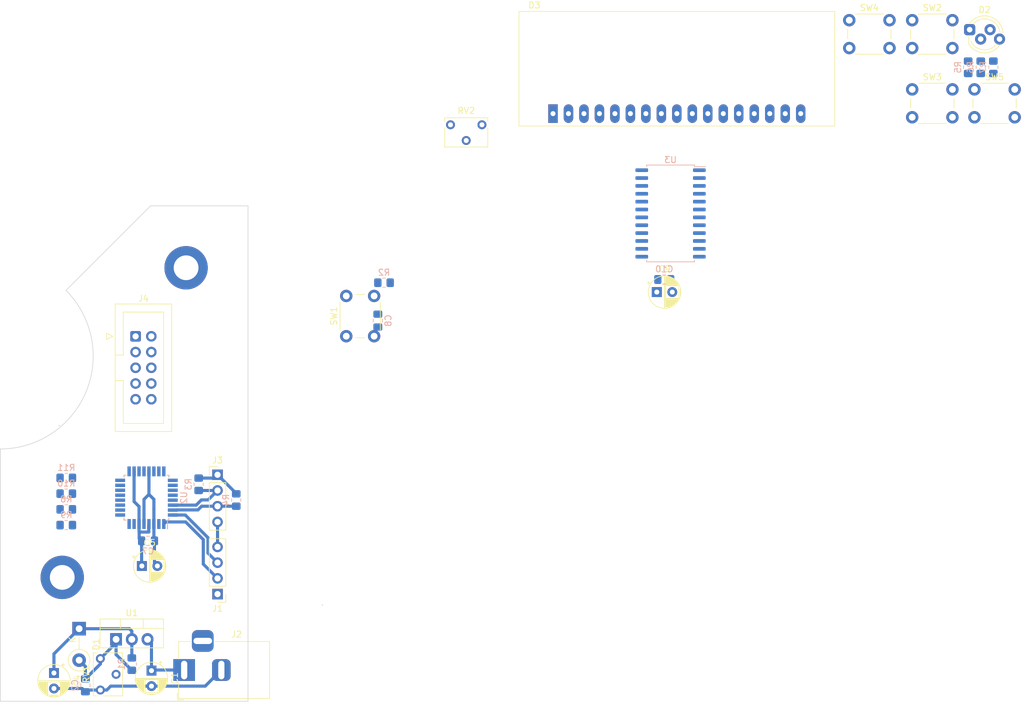
<source format=kicad_pcb>
(kicad_pcb (version 20211014) (generator pcbnew)
  (layers (0 "F.Cu" signal) (31 "B.Cu" signal) (34 "B.Paste" user) (35 "F.Paste" user) (36 "B.SilkS" user "B.Silkscreen") (37 "F.SilkS" user "F.Silkscreen") (38 "B.Mask" user) (39 "F.Mask" user) (44 "Edge.Cuts" user))
  (net 0 "")
  (net 1 "Net-(C1-Pad1)")
  (net 2 "GND")
  (net 3 "Net-(C2-Pad1)")
  (net 4 "+5V")
  (net 5 "Net-(D2-Pad1)")
  (net 6 "Net-(D2-Pad2)")
  (net 7 "Net-(D2-Pad3)")
  (net 9 "Net-(D3-Pad2)")
  (net 10 "Net-(D3-Pad3)")
  (net 11 "Net-(D3-Pad4)")
  (net 12 "Net-(D3-Pad5)")
  (net 13 "Net-(D3-Pad6)")
  (net 14 "Net-(D3-Pad7)")
  (net 15 "Net-(D3-Pad8)")
  (net 16 "Net-(D3-Pad9)")
  (net 17 "Net-(D3-Pad10)")
  (net 18 "Net-(D3-Pad11)")
  (net 19 "Net-(D3-Pad12)")
  (net 20 "Net-(D3-Pad13)")
  (net 21 "Net-(D3-Pad14)")
  (net 22 "Net-(D3-Pad15)")
  (net 23 "Net-(D3-Pad16)")
  (net 24 "Net-(D3-Pad17)")
  (net 25 "Net-(J1-Pad2)")
  (net 26 "Net-(J1-Pad3)")
  (net 28 "Net-(J3-Pad2)")
  (net 29 "Net-(J3-Pad3)")
  (net 30 "Net-(J4-Pad1)")
  (net 32 "Net-(J4-Pad6)")
  (net 33 "Net-(J4-Pad7)")
  (net 34 "Net-(J4-Pad9)")
  (net 35 "Net-(R5-Pad2)")
  (net 36 "Net-(R6-Pad2)")
  (net 37 "Net-(R8-Pad1)")
  (net 38 "Net-(R9-Pad1)")
  (net 39 "Net-(R10-Pad1)")
  (net 40 "Net-(R11-Pad1)")
  (net 42 "Net-(RV2-Pad2)")
  (net 53 "Net-(J4-Pad5)")
  (footprint "Capacitor_THT:CP_Radial_D5.0mm_P2.50mm" (layer "F.Cu") (at 254.318888 58.928)
    (fp_text reference "C9" (at 1.25 -3.75) (layer "F.SilkS"))
    (fp_text value "10uF")
    (pad "1" thru_hole rect (at 0 0) (size 1.6 1.6) (drill 0.8) (layers *.Cu *.Mask) (net 4 "+5V"))
    (pad "2" thru_hole circle (at 2.5 0) (size 1.6 1.6) (drill 0.8) (layers *.Cu *.Mask) (net 2 "GND"))
  )
  (footprint "Connector_PinHeader_2.54mm:PinHeader_1x04_P2.54mm_Vertical" (layer "F.Cu") (at 183.388 107.696 180)
    (fp_text reference "J1" (at 0 -2.33) (layer "F.SilkS"))
    (fp_text value "Hall Sensors")
    (pad "1" thru_hole rect (at 0 0 180) (size 1.7 1.7) (drill 1) (layers *.Cu *.Mask) (net 4 "+5V"))
    (pad "2" thru_hole oval (at 0 2.54 180) (size 1.7 1.7) (drill 1) (layers *.Cu *.Mask) (net 25 "Net-(J1-Pad2)"))
    (pad "3" thru_hole oval (at 0 5.08 180) (size 1.7 1.7) (drill 1) (layers *.Cu *.Mask) (net 26 "Net-(J1-Pad3)"))
    (pad "4" thru_hole oval (at 0 7.62 180) (size 1.7 1.7) (drill 1) (layers *.Cu *.Mask) (net 2 "GND"))
  )
  (footprint "Button_Switch_THT:SW_PUSH_6mm" (layer "F.Cu") (at 305.614 26.198)
    (fp_text reference "SW5" (at 3.25 -2) (layer "F.SilkS"))
    (fp_text value "ENTER")
    (pad "1" thru_hole circle (at 0 0 90) (size 2 2) (drill 1.1) (layers *.Cu *.Mask) (net 40 "Net-(R11-Pad1)"))
    (pad "1" thru_hole circle (at 6.5 0 90) (size 2 2) (drill 1.1) (layers *.Cu *.Mask) (net 40 "Net-(R11-Pad1)"))
    (pad "2" thru_hole circle (at 6.5 4.5 90) (size 2 2) (drill 1.1) (layers *.Cu *.Mask) (net 4 "+5V"))
    (pad "2" thru_hole circle (at 0 4.5 90) (size 2 2) (drill 1.1) (layers *.Cu *.Mask) (net 4 "+5V"))
  )
  (footprint "Connector_IDC:IDC-Header_2x05_P2.54mm_Vertical" (layer "F.Cu") (at 170.154 66.072)
    (fp_text reference "J4" (at 1.27 -6.1) (layer "F.SilkS"))
    (fp_text value "AVR-ISP-10 (SPI)")
    (pad "1" thru_hole roundrect (at 0 0) (size 1.7 1.7) (drill 1) (layers *.Cu *.Mask) (roundrect_rratio 0.147059) (net 30 "Net-(J4-Pad1)"))
    (pad "2" thru_hole circle (at 2.54 0) (size 1.7 1.7) (drill 1) (layers *.Cu *.Mask) (net 4 "+5V"))
    (pad "3" thru_hole circle (at 0 2.54) (size 1.7 1.7) (drill 1) (layers *.Cu *.Mask))
    (pad "4" thru_hole circle (at 2.54 2.54) (size 1.7 1.7) (drill 1) (layers *.Cu *.Mask) (net 2 "GND"))
    (pad "5" thru_hole circle (at 0 5.08) (size 1.7 1.7) (drill 1) (layers *.Cu *.Mask) (net 53 "Net-(J4-Pad5)"))
    (pad "6" thru_hole circle (at 2.54 5.08) (size 1.7 1.7) (drill 1) (layers *.Cu *.Mask) (net 32 "Net-(J4-Pad6)"))
    (pad "7" thru_hole circle (at 0 7.62) (size 1.7 1.7) (drill 1) (layers *.Cu *.Mask) (net 33 "Net-(J4-Pad7)"))
    (pad "8" thru_hole circle (at 2.54 7.62) (size 1.7 1.7) (drill 1) (layers *.Cu *.Mask) (net 2 "GND"))
    (pad "9" thru_hole circle (at 0 10.16) (size 1.7 1.7) (drill 1) (layers *.Cu *.Mask) (net 34 "Net-(J4-Pad9)"))
    (pad "10" thru_hole circle (at 2.54 10.16) (size 1.7 1.7) (drill 1) (layers *.Cu *.Mask) (net 2 "GND"))
  )
  (footprint "Connector_BarrelJack:BarrelJack_Horizontal" (layer "F.Cu") (at 178 119.9575 180)
    (fp_text reference "J2" (at -8.45 5.75) (layer "F.SilkS"))
    (fp_text value "PS +9V")
    (pad "1" thru_hole rect (at 0 0 180) (size 3.5 3.5) (drill oval 1 3) (layers *.Cu *.Mask) (net 1 "Net-(C1-Pad1)"))
    (pad "2" thru_hole roundrect (at -6 0 180) (size 3 3.5) (drill oval 1 3) (layers *.Cu *.Mask) (net 2 "GND"))
    (pad "3" thru_hole roundrect (at -3 4.7 180) (size 3.5 3.5) (drill oval 3 1) (layers *.Cu *.Mask))
  )
  (footprint "Capacitor_THT:CP_Radial_D5.0mm_P2.50mm" (layer "F.Cu") (at 172.72 120.055 -90)
    (fp_text reference "C1" (at 1.25 -3.75 90) (layer "F.SilkS"))
    (fp_text value "100uF")
    (pad "1" thru_hole rect (at 0 0 270) (size 1.6 1.6) (drill 0.8) (layers *.Cu *.Mask) (net 1 "Net-(C1-Pad1)"))
    (pad "2" thru_hole circle (at 2.5 0 270) (size 1.6 1.6) (drill 0.8) (layers *.Cu *.Mask) (net 2 "GND"))
  )
  (footprint "Capacitor_THT:CP_Radial_D5.0mm_P2.50mm" (layer "F.Cu") (at 156.972 120.436 -90)
    (fp_text reference "C4" (at 1.25 -3.75 90) (layer "F.SilkS"))
    (fp_text value "10uF")
    (pad "1" thru_hole rect (at 0 0 270) (size 1.6 1.6) (drill 0.8) (layers *.Cu *.Mask) (net 4 "+5V"))
    (pad "2" thru_hole circle (at 2.5 0 270) (size 1.6 1.6) (drill 0.8) (layers *.Cu *.Mask) (net 2 "GND"))
  )
  (footprint "Dawu_PCB_Library:ALS318A" (layer "F.Cu") (at 237.556 30.11)
    (fp_text reference "D3" (at -3 -17.5 unlocked) (layer "F.SilkS"))
    (fp_text value "ALS318A")
    (pad "1" thru_hole rect (at 0 0) (size 1.524 3) (drill 0.8) (layers *.Cu *.Mask))
    (pad "2" thru_hole oval (at 2.5 0) (size 1.524 3) (drill 0.8) (layers *.Cu *.Mask) (net 9 "Net-(D3-Pad2)"))
    (pad "3" thru_hole oval (at 5 0) (size 1.524 3) (drill 0.8) (layers *.Cu *.Mask) (net 10 "Net-(D3-Pad3)"))
    (pad "4" thru_hole oval (at 7.5 0) (size 1.524 3) (drill 0.8) (layers *.Cu *.Mask) (net 11 "Net-(D3-Pad4)"))
    (pad "5" thru_hole oval (at 10 0) (size 1.524 3) (drill 0.8) (layers *.Cu *.Mask) (net 12 "Net-(D3-Pad5)"))
    (pad "6" thru_hole oval (at 12.5 0) (size 1.524 3) (drill 0.8) (layers *.Cu *.Mask) (net 13 "Net-(D3-Pad6)"))
    (pad "7" thru_hole oval (at 15 0) (size 1.524 3) (drill 0.8) (layers *.Cu *.Mask) (net 14 "Net-(D3-Pad7)"))
    (pad "8" thru_hole oval (at 17.5 0) (size 1.524 3) (drill 0.8) (layers *.Cu *.Mask) (net 15 "Net-(D3-Pad8)"))
    (pad "9" thru_hole oval (at 20 0) (size 1.524 3) (drill 0.8) (layers *.Cu *.Mask) (net 16 "Net-(D3-Pad9)"))
    (pad "10" thru_hole oval (at 22.5 0) (size 1.524 3) (drill 0.8) (layers *.Cu *.Mask) (net 17 "Net-(D3-Pad10)"))
    (pad "11" thru_hole oval (at 25 0) (size 1.524 3) (drill 0.8) (layers *.Cu *.Mask) (net 18 "Net-(D3-Pad11)"))
    (pad "12" thru_hole oval (at 27.5 0) (size 1.524 3) (drill 0.8) (layers *.Cu *.Mask) (net 19 "Net-(D3-Pad12)"))
    (pad "13" thru_hole oval (at 30 0) (size 1.524 3) (drill 0.8) (layers *.Cu *.Mask) (net 20 "Net-(D3-Pad13)"))
    (pad "14" thru_hole oval (at 32.5 0) (size 1.524 3) (drill 0.8) (layers *.Cu *.Mask) (net 21 "Net-(D3-Pad14)"))
    (pad "15" thru_hole oval (at 35 0) (size 1.524 3) (drill 0.8) (layers *.Cu *.Mask) (net 22 "Net-(D3-Pad15)"))
    (pad "16" thru_hole oval (at 37.5 0) (size 1.524 3) (drill 0.8) (layers *.Cu *.Mask) (net 23 "Net-(D3-Pad16)"))
    (pad "17" thru_hole oval (at 40 0) (size 1.524 3) (drill 0.8) (layers *.Cu *.Mask) (net 24 "Net-(D3-Pad17)"))
  )
  (footprint "Potentiometer_THT:Potentiometer_Bourns_3266W_Vertical" (layer "F.Cu") (at 164.465 118.11 90)
    (fp_text reference "RV1" (at -2.54 -2.27 90) (layer "F.SilkS"))
    (fp_text value "100k")
    (pad "1" thru_hole circle (at 0 0 90) (size 1.44 1.44) (drill 0.8) (layers *.Cu *.Mask) (net 3 "Net-(C2-Pad1)"))
    (pad "2" thru_hole circle (at -2.54 2.54 90) (size 1.44 1.44) (drill 0.8) (layers *.Cu *.Mask))
    (pad "3" thru_hole circle (at -5.08 0 90) (size 1.44 1.44) (drill 0.8) (layers *.Cu *.Mask) (net 2 "GND"))
  )
  (footprint "Diode_THT:D_DO-41_SOD81_P5.08mm_Vertical_KathodeUp" (layer "F.Cu") (at 161.036 113.284 -90)
    (fp_text reference "D1" (at 2.54 -2.750635 -90) (layer "F.SilkS"))
    (fp_text value "1N4002")
    (fp_text user "K" (at 1.8 1.1 -90) (layer "F.SilkS"))
    (pad "1" thru_hole rect (at 0 0 270) (size 2.2 2.2) (drill 1.1) (layers *.Cu *.Mask) (net 4 "+5V"))
    (pad "2" thru_hole oval (at 5.08 0 270) (size 2.2 2.2) (drill 1.1) (layers *.Cu *.Mask) (net 3 "Net-(C2-Pad1)"))
  )
  (footprint "LED_THT:LED_D5.0mm-4_RGB_Staggered_Pins" (layer "F.Cu") (at 304.836 16.546)
    (fp_text reference "D2" (at 2.413 -3.198) (layer "F.SilkS"))
    (fp_text value "LED_RGBK")
    (pad "1" thru_hole roundrect (at 0 0) (size 1.8 1.8) (drill 0.9) (layers *.Cu *.Mask) (net 5 "Net-(D2-Pad1)"))
    (pad "2" thru_hole circle (at 1.778 1.524) (size 1.8 1.8) (drill 0.9) (layers *.Cu *.Mask) (net 6 "Net-(D2-Pad2)"))
    (pad "3" thru_hole circle (at 3.302 0) (size 1.8 1.8) (drill 0.9) (layers *.Cu *.Mask) (net 7 "Net-(D2-Pad3)"))
    (pad "4" thru_hole circle (at 4.826 1.524) (size 1.8 1.8) (drill 0.9) (layers *.Cu *.Mask) (net 2 "GND"))
  )
  (footprint "Button_Switch_THT:SW_PUSH_6mm" (layer "F.Cu") (at 295.558 26.198)
    (fp_text reference "SW3" (at 3.25 -2) (layer "F.SilkS"))
    (fp_text value "DOWN")
    (pad "1" thru_hole circle (at 6.5 0 90) (size 2 2) (drill 1.1) (layers *.Cu *.Mask) (net 38 "Net-(R9-Pad1)"))
    (pad "1" thru_hole circle (at 0 0 90) (size 2 2) (drill 1.1) (layers *.Cu *.Mask) (net 38 "Net-(R9-Pad1)"))
    (pad "2" thru_hole circle (at 0 4.5 90) (size 2 2) (drill 1.1) (layers *.Cu *.Mask) (net 4 "+5V"))
    (pad "2" thru_hole circle (at 6.5 4.5 90) (size 2 2) (drill 1.1) (layers *.Cu *.Mask) (net 4 "+5V"))
  )
  (footprint "Button_Switch_THT:SW_PUSH_6mm" (layer "F.Cu") (at 285.398 15.022)
    (fp_text reference "SW4" (at 3.25 -2) (layer "F.SilkS"))
    (fp_text value "RETURN")
    (pad "1" thru_hole circle (at 6.5 0 90) (size 2 2) (drill 1.1) (layers *.Cu *.Mask) (net 39 "Net-(R10-Pad1)"))
    (pad "1" thru_hole circle (at 0 0 90) (size 2 2) (drill 1.1) (layers *.Cu *.Mask) (net 39 "Net-(R10-Pad1)"))
    (pad "2" thru_hole circle (at 0 4.5 90) (size 2 2) (drill 1.1) (layers *.Cu *.Mask) (net 4 "+5V"))
    (pad "2" thru_hole circle (at 6.5 4.5 90) (size 2 2) (drill 1.1) (layers *.Cu *.Mask) (net 4 "+5V"))
  )
  (footprint "Button_Switch_THT:SW_PUSH_6mm" (layer "F.Cu") (at 295.558 15.022)
    (fp_text reference "SW2" (at 3.25 -2) (layer "F.SilkS"))
    (fp_text value "UP")
    (pad "1" thru_hole circle (at 0 0 90) (size 2 2) (drill 1.1) (layers *.Cu *.Mask) (net 37 "Net-(R8-Pad1)"))
    (pad "1" thru_hole circle (at 6.5 0 90) (size 2 2) (drill 1.1) (layers *.Cu *.Mask) (net 37 "Net-(R8-Pad1)"))
    (pad "2" thru_hole circle (at 6.5 4.5 90) (size 2 2) (drill 1.1) (layers *.Cu *.Mask) (net 4 "+5V"))
    (pad "2" thru_hole circle (at 0 4.5 90) (size 2 2) (drill 1.1) (layers *.Cu *.Mask) (net 4 "+5V"))
  )
  (footprint "Capacitor_THT:CP_Radial_D5.0mm_P2.50mm" (layer "F.Cu") (at 171.17 103.156)
    (fp_text reference "C5" (at 1.25 -3.75) (layer "F.SilkS"))
    (fp_text value "10uF")
    (pad "1" thru_hole rect (at 0 0) (size 1.6 1.6) (drill 0.8) (layers *.Cu *.Mask) (net 4 "+5V"))
    (pad "2" thru_hole circle (at 2.5 0) (size 1.6 1.6) (drill 0.8) (layers *.Cu *.Mask) (net 2 "GND"))
  )
  (footprint "Potentiometer_THT:Potentiometer_Bourns_3266W_Vertical" (layer "F.Cu") (at 226.085 31.911)
    (fp_text reference "RV2" (at -2.54 -2.27) (layer "F.SilkS"))
    (fp_text value "100k")
    (pad "1" thru_hole circle (at 0 0) (size 1.44 1.44) (drill 0.8) (layers *.Cu *.Mask) (net 4 "+5V"))
    (pad "2" thru_hole circle (at -2.54 2.54) (size 1.44 1.44) (drill 0.8) (layers *.Cu *.Mask) (net 42 "Net-(RV2-Pad2)"))
    (pad "3" thru_hole circle (at -5.08 0) (size 1.44 1.44) (drill 0.8) (layers *.Cu *.Mask) (net 42 "Net-(RV2-Pad2)"))
  )
  (footprint "Button_Switch_THT:SW_PUSH_6mm" (layer "F.Cu") (at 204.172 66.0505 90)
    (fp_text reference "SW1" (at 3.25 -2 90) (layer "F.SilkS"))
    (fp_text value "RESET")
    (pad "1" thru_hole circle (at 6.5 0 180) (size 2 2) (drill 1.1) (layers *.Cu *.Mask) (net 2 "GND"))
    (pad "1" thru_hole circle (at 0 0 180) (size 2 2) (drill 1.1) (layers *.Cu *.Mask) (net 2 "GND"))
    (pad "2" thru_hole circle (at 0 4.5 180) (size 2 2) (drill 1.1) (layers *.Cu *.Mask) (net 53 "Net-(J4-Pad5)"))
    (pad "2" thru_hole circle (at 6.5 4.5 180) (size 2 2) (drill 1.1) (layers *.Cu *.Mask) (net 53 "Net-(J4-Pad5)"))
  )
  (footprint "Connector_PinHeader_2.54mm:PinHeader_1x04_P2.54mm_Vertical" (layer "F.Cu") (at 183.388 88.424)
    (fp_text reference "J3" (at 0 -2.33) (layer "F.SilkS"))
    (fp_text value "I2C")
    (pad "1" thru_hole rect (at 0 0) (size 1.7 1.7) (drill 1) (layers *.Cu *.Mask) (net 4 "+5V"))
    (pad "2" thru_hole oval (at 0 2.54) (size 1.7 1.7) (drill 1) (layers *.Cu *.Mask) (net 28 "Net-(J3-Pad2)"))
    (pad "3" thru_hole oval (at 0 5.08) (size 1.7 1.7) (drill 1) (layers *.Cu *.Mask) (net 29 "Net-(J3-Pad3)"))
    (pad "4" thru_hole oval (at 0 7.62) (size 1.7 1.7) (drill 1) (layers *.Cu *.Mask) (net 2 "GND"))
  )
  (footprint "Package_TO_SOT_THT:TO-220-3_Vertical" (layer "F.Cu") (at 167.005 115)
    (fp_text reference "U1" (at 2.54 -4.27) (layer "F.SilkS"))
    (fp_text value "LM317_TO-220")
    (pad "1" thru_hole rect (at 0 0) (size 1.905 2) (drill 1.1) (layers *.Cu *.Mask) (net 3 "Net-(C2-Pad1)"))
    (pad "2" thru_hole oval (at 2.54 0) (size 1.905 2) (drill 1.1) (layers *.Cu *.Mask) (net 4 "+5V"))
    (pad "3" thru_hole oval (at 5.08 0) (size 1.905 2) (drill 1.1) (layers *.Cu *.Mask) (net 1 "Net-(C1-Pad1)"))
  )
  (footprint "Resistor_SMD:R_0805_2012Metric_Pad1.20x1.40mm_HandSolder" (layer "B.Cu") (at 304.598 22.626 -90)
    (fp_text reference "R5" (at 0 1.65 90) (layer "B.SilkS") (effects (justify mirror)))
    (fp_text value "330")
    (pad "1" smd roundrect (at -1 0 270) (size 1.2 1.4) (layers "B.Cu" "B.Paste" "B.Mask") (roundrect_rratio 0.208333) (net 5 "Net-(D2-Pad1)"))
    (pad "2" smd roundrect (at 1 0 270) (size 1.2 1.4) (layers "B.Cu" "B.Paste" "B.Mask") (roundrect_rratio 0.208333) (net 35 "Net-(R5-Pad2)"))
  )
  (footprint "Resistor_SMD:R_0805_2012Metric_Pad1.20x1.40mm_HandSolder" (layer "B.Cu") (at 180.34 89.964 -90)
    (fp_text reference "R3" (at 0 1.65 90) (layer "B.SilkS") (effects (justify mirror)))
    (fp_text value "10k")
    (pad "1" smd roundrect (at -1 0 270) (size 1.2 1.4) (layers "B.Cu" "B.Paste" "B.Mask") (roundrect_rratio 0.208333) (net 4 "+5V"))
    (pad "2" smd roundrect (at 1 0 270) (size 1.2 1.4) (layers "B.Cu" "B.Paste" "B.Mask") (roundrect_rratio 0.208333) (net 28 "Net-(J3-Pad2)"))
  )
  (footprint "Resistor_SMD:R_0805_2012Metric_Pad1.20x1.40mm_HandSolder" (layer "B.Cu") (at 158.962 96.552 180)
    (fp_text reference "R9" (at 0 1.65) (layer "B.SilkS") (effects (justify mirror)))
    (fp_text value "10k")
    (pad "1" smd roundrect (at -1 0 180) (size 1.2 1.4) (layers "B.Cu" "B.Paste" "B.Mask") (roundrect_rratio 0.208333) (net 38 "Net-(R9-Pad1)"))
    (pad "2" smd roundrect (at 1 0 180) (size 1.2 1.4) (layers "B.Cu" "B.Paste" "B.Mask") (roundrect_rratio 0.208333) (net 2 "GND"))
  )
  (footprint "Resistor_SMD:R_0805_2012Metric_Pad1.20x1.40mm_HandSolder" (layer "B.Cu") (at 308.662 22.626 -90)
    (fp_text reference "R7" (at 0 1.65 90) (layer "B.SilkS") (effects (justify mirror)))
    (fp_text value "330")
    (pad "1" smd roundrect (at -1 0 270) (size 1.2 1.4) (layers "B.Cu" "B.Paste" "B.Mask") (roundrect_rratio 0.208333) (net 7 "Net-(D2-Pad3)"))
    (pad "2" smd roundrect (at 1 0 270) (size 1.2 1.4) (layers "B.Cu" "B.Paste" "B.Mask") (roundrect_rratio 0.208333) (net 32 "Net-(J4-Pad6)"))
  )
  (footprint "Resistor_SMD:R_0805_2012Metric_Pad1.20x1.40mm_HandSolder" (layer "B.Cu") (at 158.962 91.472 180)
    (fp_text reference "R10" (at 0 1.65) (layer "B.SilkS") (effects (justify mirror)))
    (fp_text value "10k")
    (pad "1" smd roundrect (at -1 0 180) (size 1.2 1.4) (layers "B.Cu" "B.Paste" "B.Mask") (roundrect_rratio 0.208333) (net 39 "Net-(R10-Pad1)"))
    (pad "2" smd roundrect (at 1 0 180) (size 1.2 1.4) (layers "B.Cu" "B.Paste" "B.Mask") (roundrect_rratio 0.208333) (net 2 "GND"))
  )
  (footprint "Resistor_SMD:R_0805_2012Metric_Pad1.20x1.40mm_HandSolder" (layer "B.Cu") (at 186.41 92.504 -90)
    (fp_text reference "R4" (at 0 1.65 90) (layer "B.SilkS") (effects (justify mirror)))
    (fp_text value "10k")
    (pad "1" smd roundrect (at -1 0 270) (size 1.2 1.4) (layers "B.Cu" "B.Paste" "B.Mask") (roundrect_rratio 0.208333) (net 4 "+5V"))
    (pad "2" smd roundrect (at 1 0 270) (size 1.2 1.4) (layers "B.Cu" "B.Paste" "B.Mask") (roundrect_rratio 0.208333) (net 29 "Net-(J3-Pad3)"))
  )
  (footprint "Resistor_SMD:R_0805_2012Metric_Pad1.20x1.40mm_HandSolder" (layer "B.Cu") (at 306.63 22.626 -90)
    (fp_text reference "R6" (at 0 1.65 90) (layer "B.SilkS") (effects (justify mirror)))
    (fp_text value "330")
    (pad "1" smd roundrect (at -1 0 270) (size 1.2 1.4) (layers "B.Cu" "B.Paste" "B.Mask") (roundrect_rratio 0.208333) (net 6 "Net-(D2-Pad2)"))
    (pad "2" smd roundrect (at 1 0 270) (size 1.2 1.4) (layers "B.Cu" "B.Paste" "B.Mask") (roundrect_rratio 0.208333) (net 36 "Net-(R6-Pad2)"))
  )
  (footprint "Package_QFP:TQFP-32_7x7mm_P0.8mm" (layer "B.Cu") (at 171.912 92.126888 90)
    (fp_text reference "U2" (at 0 6.05 90) (layer "B.SilkS") (effects (justify mirror)))
    (fp_text value "ATmega8A-A")
    (pad "1" smd rect (at -4.25 2.8 90) (size 1.6 0.55) (layers "B.Cu" "B.Paste" "B.Mask") (net 25 "Net-(J1-Pad2)"))
    (pad "2" smd rect (at -4.25 2 90) (size 1.6 0.55) (layers "B.Cu" "B.Paste" "B.Mask") (net 37 "Net-(R8-Pad1)"))
    (pad "3" smd rect (at -4.25 1.2 90) (size 1.6 0.55) (layers "B.Cu" "B.Paste" "B.Mask") (net 2 "GND"))
    (pad "4" smd rect (at -4.25 0.4 90) (size 1.6 0.55) (layers "B.Cu" "B.Paste" "B.Mask") (net 4 "+5V"))
    (pad "5" smd rect (at -4.25 -0.4 90) (size 1.6 0.55) (layers "B.Cu" "B.Paste" "B.Mask") (net 2 "GND"))
    (pad "6" smd rect (at -4.25 -1.2 90) (size 1.6 0.55) (layers "B.Cu" "B.Paste" "B.Mask") (net 4 "+5V"))
    (pad "7" smd rect (at -4.25 -2 90) (size 1.6 0.55) (layers "B.Cu" "B.Paste" "B.Mask"))
    (pad "8" smd rect (at -4.25 -2.8 90) (size 1.6 0.55) (layers "B.Cu" "B.Paste" "B.Mask"))
    (pad "9" smd rect (at -2.8 -4.25) (size 1.6 0.55) (layers "B.Cu" "B.Paste" "B.Mask") (net 38 "Net-(R9-Pad1)"))
    (pad "10" smd rect (at -2 -4.25) (size 1.6 0.55) (layers "B.Cu" "B.Paste" "B.Mask") (net 39 "Net-(R10-Pad1)"))
    (pad "11" smd rect (at -1.2 -4.25) (size 1.6 0.55) (layers "B.Cu" "B.Paste" "B.Mask") (net 40 "Net-(R11-Pad1)"))
    (pad "12" smd rect (at -0.4 -4.25) (size 1.6 0.55) (layers "B.Cu" "B.Paste" "B.Mask") (net 35 "Net-(R5-Pad2)"))
    (pad "13" smd rect (at 0.4 -4.25) (size 1.6 0.55) (layers "B.Cu" "B.Paste" "B.Mask") (net 36 "Net-(R6-Pad2)"))
    (pad "14" smd rect (at 1.2 -4.25) (size 1.6 0.55) (layers "B.Cu" "B.Paste" "B.Mask") (net 32 "Net-(J4-Pad6)"))
    (pad "15" smd rect (at 2 -4.25) (size 1.6 0.55) (layers "B.Cu" "B.Paste" "B.Mask") (net 30 "Net-(J4-Pad1)"))
    (pad "16" smd rect (at 2.8 -4.25) (size 1.6 0.55) (layers "B.Cu" "B.Paste" "B.Mask") (net 34 "Net-(J4-Pad9)"))
    (pad "17" smd rect (at 4.25 -2.8 90) (size 1.6 0.55) (layers "B.Cu" "B.Paste" "B.Mask") (net 33 "Net-(J4-Pad7)"))
    (pad "18" smd rect (at 4.25 -2 90) (size 1.6 0.55) (layers "B.Cu" "B.Paste" "B.Mask") (net 4 "+5V"))
    (pad "19" smd rect (at 4.25 -1.2 90) (size 1.6 0.55) (layers "B.Cu" "B.Paste" "B.Mask"))
    (pad "20" smd rect (at 4.25 -0.4 90) (size 1.6 0.55) (layers "B.Cu" "B.Paste" "B.Mask"))
    (pad "21" smd rect (at 4.25 0.4 90) (size 1.6 0.55) (layers "B.Cu" "B.Paste" "B.Mask") (net 2 "GND"))
    (pad "22" smd rect (at 4.25 1.2 90) (size 1.6 0.55) (layers "B.Cu" "B.Paste" "B.Mask"))
    (pad "23" smd rect (at 4.25 2 90) (size 1.6 0.55) (layers "B.Cu" "B.Paste" "B.Mask"))
    (pad "24" smd rect (at 4.25 2.8 90) (size 1.6 0.55) (layers "B.Cu" "B.Paste" "B.Mask"))
    (pad "25" smd rect (at 2.8 4.25) (size 1.6 0.55) (layers "B.Cu" "B.Paste" "B.Mask"))
    (pad "26" smd rect (at 2 4.25) (size 1.6 0.55) (layers "B.Cu" "B.Paste" "B.Mask"))
    (pad "27" smd rect (at 1.2 4.25) (size 1.6 0.55) (layers "B.Cu" "B.Paste" "B.Mask"))
    (pad "28" smd rect (at 0.4 4.25) (size 1.6 0.55) (layers "B.Cu" "B.Paste" "B.Mask"))
    (pad "29" smd rect (at -0.4 4.25) (size 1.6 0.55) (layers "B.Cu" "B.Paste" "B.Mask") (net 53 "Net-(J4-Pad5)"))
    (pad "30" smd rect (at -1.2 4.25) (size 1.6 0.55) (layers "B.Cu" "B.Paste" "B.Mask") (net 28 "Net-(J3-Pad2)"))
    (pad "31" smd rect (at -2 4.25) (size 1.6 0.55) (layers "B.Cu" "B.Paste" "B.Mask") (net 29 "Net-(J3-Pad3)"))
    (pad "32" smd rect (at -2.8 4.25) (size 1.6 0.55) (layers "B.Cu" "B.Paste" "B.Mask") (net 26 "Net-(J1-Pad3)"))
  )
  (footprint "Resistor_SMD:R_0805_2012Metric_Pad1.20x1.40mm_HandSolder" (layer "B.Cu") (at 169.545 119 -90)
    (fp_text reference "R1" (at 0 1.65 90) (layer "B.SilkS") (effects (justify mirror)))
    (fp_text value "240")
    (pad "1" smd roundrect (at -1 0 270) (size 1.2 1.4) (layers "B.Cu" "B.Paste" "B.Mask") (roundrect_rratio 0.208333) (net 4 "+5V"))
    (pad "2" smd roundrect (at 1 0 270) (size 1.2 1.4) (layers "B.Cu" "B.Paste" "B.Mask") (roundrect_rratio 0.208333) (net 3 "Net-(C2-Pad1)"))
  )
  (footprint "Capacitor_SMD:C_0805_2012Metric_Pad1.18x1.45mm_HandSolder" (layer "B.Cu") (at 172.1645 99.092)
    (fp_text reference "C7" (at 0 1.68) (layer "B.SilkS") (effects (justify mirror)))
    (fp_text value "0.1uF")
    (pad "1" smd roundrect (at -1.0375 0) (size 1.175 1.45) (layers "B.Cu" "B.Paste" "B.Mask") (roundrect_rratio 0.212766) (net 4 "+5V"))
    (pad "2" smd roundrect (at 1.0375 0) (size 1.175 1.45) (layers "B.Cu" "B.Paste" "B.Mask") (roundrect_rratio 0.212766) (net 2 "GND"))
  )
  (footprint "Package_SO:SOIC-24W_7.5x15.4mm_P1.27mm" (layer "B.Cu") (at 256.54 46.228 180)
    (fp_text reference "U3" (at 0 8.65) (layer "B.SilkS") (effects (justify mirror)))
    (fp_text value "MAX7219")
    (pad "1" smd roundrect (at -4.65 6.985 180) (size 2.05 0.6) (layers "B.Cu" "B.Paste" "B.Mask") (net 30 "Net-(J4-Pad1)"))
    (pad "2" smd roundrect (at -4.65 5.715 180) (size 2.05 0.6) (layers "B.Cu" "B.Paste" "B.Mask") (net 10 "Net-(D3-Pad3)"))
    (pad "3" smd roundrect (at -4.65 4.445 180) (size 2.05 0.6) (layers "B.Cu" "B.Paste" "B.Mask") (net 18 "Net-(D3-Pad11)"))
    (pad "4" smd roundrect (at -4.65 3.175 180) (size 2.05 0.6) (layers "B.Cu" "B.Paste" "B.Mask") (net 2 "GND"))
    (pad "5" smd roundrect (at -4.65 1.905 180) (size 2.05 0.6) (layers "B.Cu" "B.Paste" "B.Mask") (net 22 "Net-(D3-Pad15)"))
    (pad "6" smd roundrect (at -4.65 0.635 180) (size 2.05 0.6) (layers "B.Cu" "B.Paste" "B.Mask") (net 14 "Net-(D3-Pad7)"))
    (pad "7" smd roundrect (at -4.65 -0.635 180) (size 2.05 0.6) (layers "B.Cu" "B.Paste" "B.Mask") (net 16 "Net-(D3-Pad9)"))
    (pad "8" smd roundrect (at -4.65 -1.905 180) (size 2.05 0.6) (layers "B.Cu" "B.Paste" "B.Mask") (net 24 "Net-(D3-Pad17)"))
    (pad "9" smd roundrect (at -4.65 -3.175 180) (size 2.05 0.6) (layers "B.Cu" "B.Paste" "B.Mask") (net 2 "GND"))
    (pad "10" smd roundrect (at -4.65 -4.445 180) (size 2.05 0.6) (layers "B.Cu" "B.Paste" "B.Mask") (net 20 "Net-(D3-Pad13)"))
    (pad "11" smd roundrect (at -4.65 -5.715 180) (size 2.05 0.6) (layers "B.Cu" "B.Paste" "B.Mask") (net 12 "Net-(D3-Pad5)"))
    (pad "12" smd roundrect (at -4.65 -6.985 180) (size 2.05 0.6) (layers "B.Cu" "B.Paste" "B.Mask") (net 34 "Net-(J4-Pad9)"))
    (pad "13" smd roundrect (at 4.65 -6.985 180) (size 2.05 0.6) (layers "B.Cu" "B.Paste" "B.Mask") (net 33 "Net-(J4-Pad7)"))
    (pad "14" smd roundrect (at 4.65 -5.715 180) (size 2.05 0.6) (layers "B.Cu" "B.Paste" "B.Mask") (net 13 "Net-(D3-Pad6)"))
    (pad "15" smd roundrect (at 4.65 -4.445 180) (size 2.05 0.6) (layers "B.Cu" "B.Paste" "B.Mask") (net 23 "Net-(D3-Pad16)"))
    (pad "16" smd roundrect (at 4.65 -3.175 180) (size 2.05 0.6) (layers "B.Cu" "B.Paste" "B.Mask") (net 21 "Net-(D3-Pad14)"))
    (pad "17" smd roundrect (at 4.65 -1.905 180) (size 2.05 0.6) (layers "B.Cu" "B.Paste" "B.Mask") (net 19 "Net-(D3-Pad12)"))
    (pad "18" smd roundrect (at 4.65 -0.635 180) (size 2.05 0.6) (layers "B.Cu" "B.Paste" "B.Mask") (net 42 "Net-(RV2-Pad2)"))
    (pad "19" smd roundrect (at 4.65 0.635 180) (size 2.05 0.6) (layers "B.Cu" "B.Paste" "B.Mask") (net 4 "+5V"))
    (pad "20" smd roundrect (at 4.65 1.905 180) (size 2.05 0.6) (layers "B.Cu" "B.Paste" "B.Mask") (net 9 "Net-(D3-Pad2)"))
    (pad "21" smd roundrect (at 4.65 3.175 180) (size 2.05 0.6) (layers "B.Cu" "B.Paste" "B.Mask") (net 15 "Net-(D3-Pad8)"))
    (pad "22" smd roundrect (at 4.65 4.445 180) (size 2.05 0.6) (layers "B.Cu" "B.Paste" "B.Mask") (net 11 "Net-(D3-Pad4)"))
    (pad "23" smd roundrect (at 4.65 5.715 180) (size 2.05 0.6) (layers "B.Cu" "B.Paste" "B.Mask") (net 17 "Net-(D3-Pad10)"))
    (pad "24" smd roundrect (at 4.65 6.985 180) (size 2.05 0.6) (layers "B.Cu" "B.Paste" "B.Mask"))
  )
  (footprint "Resistor_SMD:R_0805_2012Metric_Pad1.20x1.40mm_HandSolder" (layer "B.Cu") (at 158.962 88.932 180)
    (fp_text reference "R11" (at 0 1.65) (layer "B.SilkS") (effects (justify mirror)))
    (fp_text value "10k")
    (pad "1" smd roundrect (at -1 0 180) (size 1.2 1.4) (layers "B.Cu" "B.Paste" "B.Mask") (roundrect_rratio 0.208333) (net 40 "Net-(R11-Pad1)"))
    (pad "2" smd roundrect (at 1 0 180) (size 1.2 1.4) (layers "B.Cu" "B.Paste" "B.Mask") (roundrect_rratio 0.208333) (net 2 "GND"))
  )
  (footprint "Resistor_SMD:R_0805_2012Metric_Pad1.20x1.40mm_HandSolder" (layer "B.Cu") (at 158.962 94.012 180)
    (fp_text reference "R8" (at 0 1.65) (layer "B.SilkS") (effects (justify mirror)))
    (fp_text value "10k")
    (pad "1" smd roundrect (at -1 0 180) (size 1.2 1.4) (layers "B.Cu" "B.Paste" "B.Mask") (roundrect_rratio 0.208333) (net 37 "Net-(R8-Pad1)"))
    (pad "2" smd roundrect (at 1 0 180) (size 1.2 1.4) (layers "B.Cu" "B.Paste" "B.Mask") (roundrect_rratio 0.208333) (net 2 "GND"))
  )
  (footprint "Resistor_SMD:R_0805_2012Metric_Pad1.20x1.40mm_HandSolder" (layer "B.Cu") (at 210.27 57.4145 180)
    (fp_text reference "R2" (at 0 1.65) (layer "B.SilkS") (effects (justify mirror)))
    (fp_text value "10k")
    (pad "1" smd roundrect (at -1 0 180) (size 1.2 1.4) (layers "B.Cu" "B.Paste" "B.Mask") (roundrect_rratio 0.208333) (net 4 "+5V"))
    (pad "2" smd roundrect (at 1 0 180) (size 1.2 1.4) (layers "B.Cu" "B.Paste" "B.Mask") (roundrect_rratio 0.208333) (net 53 "Net-(J4-Pad5)"))
  )
  (footprint "Capacitor_SMD:C_0805_2012Metric_Pad1.18x1.45mm_HandSolder" (layer "B.Cu") (at 162.052 122.428 -90)
    (fp_text reference "C2" (at 0 1.68 90) (layer "B.SilkS") (effects (justify mirror)))
    (fp_text value "0.1uF")
    (pad "1" smd roundrect (at -1.0375 0 270) (size 1.175 1.45) (layers "B.Cu" "B.Paste" "B.Mask") (roundrect_rratio 0.212766) (net 3 "Net-(C2-Pad1)"))
    (pad "2" smd roundrect (at 1.0375 0 270) (size 1.175 1.45) (layers "B.Cu" "B.Paste" "B.Mask") (roundrect_rratio 0.212766) (net 2 "GND"))
  )
  (footprint "Capacitor_SMD:C_0805_2012Metric_Pad1.18x1.45mm_HandSolder" (layer "B.Cu") (at 209.27 63.532 90)
    (fp_text reference "C8" (at 0 1.68 90) (layer "B.SilkS") (effects (justify mirror)))
    (fp_text value "1u")
    (pad "1" smd roundrect (at -1.0375 0 90) (size 1.175 1.45) (layers "B.Cu" "B.Paste" "B.Mask") (roundrect_rratio 0.212766) (net 2 "GND"))
    (pad "2" smd roundrect (at 1.0375 0 90) (size 1.175 1.45) (layers "B.Cu" "B.Paste" "B.Mask") (roundrect_rratio 0.212766) (net 53 "Net-(J4-Pad5)"))
  )
  (footprint "Capacitor_SMD:C_0805_2012Metric_Pad1.18x1.45mm_HandSolder" (layer "B.Cu") (at 255.524 56.896 180)
    (fp_text reference "C10" (at 0 1.68) (layer "B.SilkS") (effects (justify mirror)))
    (fp_text value "0.1uF")
    (pad "1" smd roundrect (at -1.0375 0 180) (size 1.175 1.45) (layers "B.Cu" "B.Paste" "B.Mask") (roundrect_rratio 0.212766) (net 4 "+5V"))
    (pad "2" smd roundrect (at 1.0375 0 180) (size 1.175 1.45) (layers "B.Cu" "B.Paste" "B.Mask") (roundrect_rratio 0.212766) (net 2 "GND"))
  )
  (gr_arc (start 157.81 80.5) (mid 157.81 80.5) (end 157.81 80.5) (layer "Edge.Cuts") (width 0.1))
  (gr_line (start 188.31 45) (end 172.57 45) (layer "Edge.Cuts") (width 0.1))
  (gr_line (start 188.31 125) (end 188.31 45) (layer "Edge.Cuts") (width 0.1))
  (gr_line (start 148.31 125) (end 148.31 84.26) (layer "Edge.Cuts") (width 0.1))
  (gr_line (start 158.91 58.65) (end 172.57 45) (layer "Edge.Cuts") (width 0.1))
  (gr_line (start 148.31 125) (end 188.31 125) (layer "Edge.Cuts") (width 0.1))
  (gr_arc (start 158.91 58.65) (mid 162.168501 74.99737) (end 148.31 84.259999) (layer "Edge.Cuts") (width 0.1))
  (gr_arc (start 200.31 109.48) (mid 200.31 109.48) (end 200.31 109.48) (layer "Edge.Cuts") (width 0.1))
  (segment (start 178 119.9575) (end 172.8175 119.9575) (width 0.5) (layer "B.Cu") (net 1))
  (segment (start 172.72 120.055) (end 172.72 115.635) (width 0.5) (layer "B.Cu") (net 1))
  (segment (start 172.72 115.635) (end 172.085 115) (width 0.5) (layer "B.Cu") (net 1))
  (segment (start 172.8175 119.9575) (end 172.72 120.055) (width 0.5) (layer "B.Cu") (net 1))
  (via (at 178.31 55) (size 7) (drill 4) (layers "F.Cu" "B.Cu") (net 2))
  (via (at 158.31 105) (size 7) (drill 4) (layers "F.Cu" "B.Cu") (net 2))
  (segment (start 162.052 123.4655) (end 161.5225 122.936) (width 0.5) (layer "B.Cu") (net 2))
  (segment (start 181.4025 122.555) (end 184 119.9575) (width 0.5) (layer "B.Cu") (net 2))
  (segment (start 172.312 87.876888) (end 172.312 91.598) (width 0.5) (layer "B.Cu") (net 2))
  (segment (start 162.3275 123.19) (end 162.052 123.4655) (width 0.5) (layer "B.Cu") (net 2))
  (segment (start 172.312 91.598) (end 172.694 91.98) (width 0.5) (layer "B.Cu") (net 2))
  (segment (start 173.112 99.002) (end 173.202 99.092) (width 0.5) (layer "B.Cu") (net 2))
  (segment (start 165.5025 123.19) (end 166.1375 122.555) (width 0.5) (layer "B.Cu") (net 2))
  (segment (start 173.202 99.092) (end 173.202 102.688) (width 0.5) (layer "B.Cu") (net 2))
  (segment (start 171.512 96.376888) (end 171.512 92.398) (width 0.5) (layer "B.Cu") (net 2))
  (segment (start 183.388 96.044) (end 183.388 100.076) (width 0.5) (layer "B.Cu") (net 2))
  (segment (start 173.202 102.688) (end 173.67 103.156) (width 0.5) (layer "B.Cu") (net 2))
  (segment (start 173.112 92.398) (end 172.694 91.98) (width 0.5) (layer "B.Cu") (net 2))
  (segment (start 173.112 96.376888) (end 173.112 99.002) (width 0.5) (layer "B.Cu") (net 2))
  (segment (start 166.1375 122.555) (end 172.72 122.555) (width 0.5) (layer "B.Cu") (net 2))
  (segment (start 173.112 96.376888) (end 173.112 93.922) (width 0.5) (layer "B.Cu") (net 2))
  (segment (start 172.72 122.555) (end 181.4025 122.555) (width 0.5) (layer "B.Cu") (net 2))
  (segment (start 171.512 92.398) (end 172.312 91.598) (width 0.5) (layer "B.Cu") (net 2))
  (segment (start 164.465 123.19) (end 165.5025 123.19) (width 0.5) (layer "B.Cu") (net 2))
  (segment (start 173.112 93.922) (end 173.112 92.398) (width 0.5) (layer "B.Cu") (net 2))
  (segment (start 164.465 123.19) (end 162.3275 123.19) (width 0.5) (layer "B.Cu") (net 2))
  (segment (start 161.5225 122.936) (end 156.972 122.936) (width 0.5) (layer "B.Cu") (net 2))
  (segment (start 167.005 115.57) (end 164.465 118.11) (width 0.5) (layer "B.Cu") (net 3))
  (segment (start 167.005 115) (end 167.005 117.46) (width 0.5) (layer "B.Cu") (net 3))
  (segment (start 167.005 115) (end 167.005 115.57) (width 0.5) (layer "B.Cu") (net 3))
  (segment (start 162.052 119.38) (end 161.036 118.364) (width 0.5) (layer "B.Cu") (net 3))
  (segment (start 162.052 121.3905) (end 162.052 119.38) (width 0.5) (layer "B.Cu") (net 3))
  (segment (start 164.465 118.11) (end 164.465 118.9775) (width 0.5) (layer "B.Cu") (net 3))
  (segment (start 164.465 118.9775) (end 162.052 121.3905) (width 0.5) (layer "B.Cu") (net 3))
  (segment (start 167.005 117.46) (end 169.545 120) (width 0.5) (layer "B.Cu") (net 3))
  (segment (start 169.545 113.665) (end 169.545 115) (width 0.5) (layer "B.Cu") (net 4))
  (segment (start 172.287 97.676888) (end 172.287 96.552) (width 0.5) (layer "B.Cu") (net 4))
  (segment (start 169.545 115) (end 169.545 118) (width 0.5) (layer "B.Cu") (net 4))
  (segment (start 170.712 97.651888) (end 170.737 97.676888) (width 0.5) (layer "B.Cu") (net 4))
  (segment (start 161.036 113.284) (end 169.164 113.284) (width 0.5) (layer "B.Cu") (net 4))
  (segment (start 171.127 103.113) (end 171.17 103.156) (width 0.5) (layer "B.Cu") (net 4))
  (segment (start 171.127 99.092) (end 171.127 103.113) (width 0.5) (layer "B.Cu") (net 4))
  (segment (start 161.036 113.284) (end 156.972 117.348) (width 0.5) (layer "B.Cu") (net 4))
  (segment (start 180.34 88.964) (end 182.848 88.964) (width 0.5) (layer "B.Cu") (net 4))
  (segment (start 170.712 96.376888) (end 170.712 97.651888) (width 0.5) (layer "B.Cu") (net 4))
  (segment (start 170.737 97.676888) (end 172.287 97.676888) (width 0.5) (layer "B.Cu") (net 4))
  (segment (start 182.848 88.964) (end 183.388 88.424) (width 0.5) (layer "B.Cu") (net 4))
  (segment (start 169.164 113.284) (end 169.545 113.665) (width 0.5) (layer "B.Cu") (net 4))
  (segment (start 169.912 92.754) (end 170.712 93.554) (width 0.5) (layer "B.Cu") (net 4))
  (segment (start 186.41 91.446) (end 183.388 88.424) (width 0.5) (layer "B.Cu") (net 4))
  (segment (start 169.912 87.876888) (end 169.912 92.754) (width 0.5) (layer "B.Cu") (net 4))
  (segment (start 170.737 97.676888) (end 170.737 98.702) (width 0.5) (layer "B.Cu") (net 4))
  (segment (start 170.737 98.702) (end 171.127 99.092) (width 0.5) (layer "B.Cu") (net 4))
  (segment (start 186.41 91.504) (end 186.41 91.446) (width 0.5) (layer "B.Cu") (net 4))
  (segment (start 170.712 93.554) (end 170.712 96.376888) (width 0.5) (layer "B.Cu") (net 4))
  (segment (start 156.972 117.348) (end 156.972 120.436) (width 0.5) (layer "B.Cu") (net 4))
  (segment (start 183.388 105.156) (end 181.088 102.856) (width 0.5) (layer "B.Cu") (net 25))
  (segment (start 178.23734 96.044) (end 175.044888 96.044) (width 0.5) (layer "B.Cu") (net 25))
  (segment (start 175.044888 96.044) (end 174.712 96.376888) (width 0.5) (layer "B.Cu") (net 25))
  (segment (start 181.088 98.89466) (end 178.23734 96.044) (width 0.5) (layer "B.Cu") (net 25))
  (segment (start 181.088 102.856) (end 181.088 98.89466) (width 0.5) (layer "B.Cu") (net 25))
  (segment (start 183.388 102.616) (end 181.838 101.066) (width 0.5) (layer "B.Cu") (net 26))
  (segment (start 181.838 98.584) (end 178.180888 94.926888) (width 0.5) (layer "B.Cu") (net 26))
  (segment (start 178.180888 94.926888) (end 176.162 94.926888) (width 0.5) (layer "B.Cu") (net 26))
  (segment (start 181.838 101.066) (end 181.838 98.584) (width 0.5) (layer "B.Cu") (net 26))
  (segment (start 183.388 90.964) (end 180.34 90.964) (width 0.5) (layer "B.Cu") (net 28))
  (segment (start 183.388 90.964) (end 181.864 92.488) (width 0.5) (layer "B.Cu") (net 28))
  (segment (start 179.938452 93.326888) (end 176.162 93.326888) (width 0.5) (layer "B.Cu") (net 28))
  (segment (start 181.864 92.488) (end 180.77734 92.488) (width 0.5) (layer "B.Cu") (net 28))
  (segment (start 180.77734 92.488) (end 179.938452 93.326888) (width 0.5) (layer "B.Cu") (net 28))
  (segment (start 176.847888 94.101888) (end 180.224112 94.101888) (width 0.5) (layer "B.Cu") (net 29))
  (segment (start 183.388 93.504) (end 186.41 93.504) (width 0.5) (layer "B.Cu") (net 29))
  (segment (start 180.224112 94.101888) (end 180.822 93.504) (width 0.5) (layer "B.Cu") (net 29))
  (segment (start 180.822 93.504) (end 183.388 93.504) (width 0.5) (layer "B.Cu") (net 29))
)
</source>
